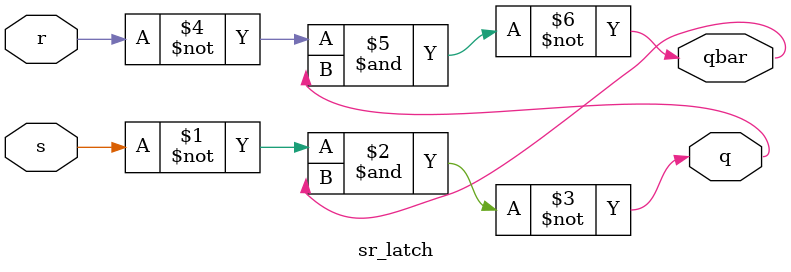
<source format=v>

module sr_latch (
    input  s,
    r,
    output q,
    qbar
);

  //Behavioural Model
  // always @(*) begin
  //   case ({
  //     s, r
  //   })
  //     0: ;
  //     1: begin
  //       q = 0;
  //       qbar = 1;
  //     end
  //     2: begin
  //       q = 1;
  //       qbar = 0;
  //     end
  //     3: begin
  //       q = 1'bx;
  //       qbar = 1'bx;
  //     end
  //   endcase
  // end

  //Gate level model using nor
  // nor g1 (q, r, qbar);
  // nor g2 (qbar, s, q);

  //Gate level model using nand
  nand g1 (q, ~s, qbar);
  nand g2 (qbar, ~r, q);

endmodule

</source>
